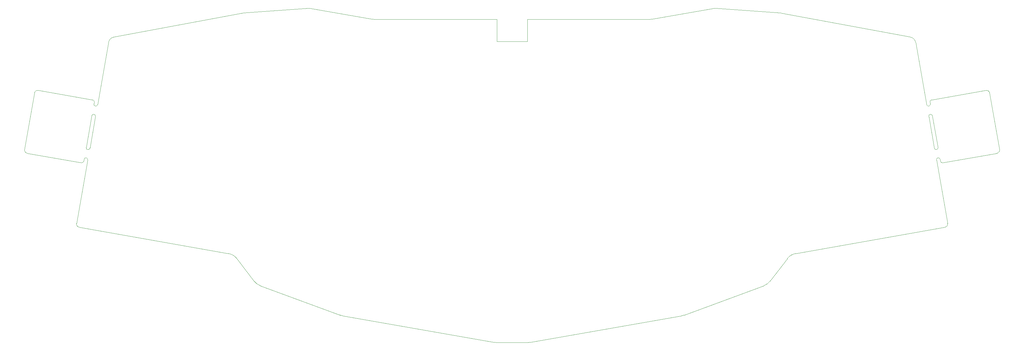
<source format=gm1>
G04 #@! TF.GenerationSoftware,KiCad,Pcbnew,(6.0.2)*
G04 #@! TF.CreationDate,2022-04-12T17:10:10+08:00*
G04 #@! TF.ProjectId,TK44,544b3434-2e6b-4696-9361-645f70636258,rev?*
G04 #@! TF.SameCoordinates,Original*
G04 #@! TF.FileFunction,Profile,NP*
%FSLAX46Y46*%
G04 Gerber Fmt 4.6, Leading zero omitted, Abs format (unit mm)*
G04 Created by KiCad (PCBNEW (6.0.2)) date 2022-04-12 17:10:10*
%MOMM*%
%LPD*%
G01*
G04 APERTURE LIST*
G04 #@! TA.AperFunction,Profile*
%ADD10C,0.100000*%
G04 #@! TD*
G04 APERTURE END LIST*
D10*
X333293235Y-150950995D02*
G75*
G03*
X334383313Y-150759440I545039J95778D01*
G01*
X331635006Y-141500000D02*
X333293235Y-150950995D01*
X331005006Y-137980000D02*
G75*
G03*
X332095084Y-137788445I545039J95778D01*
G01*
X332725084Y-141308445D02*
G75*
G03*
X331635006Y-141500000I-545039J-95778D01*
G01*
X332725084Y-141308445D02*
X334383313Y-150759440D01*
X249496414Y-112495250D02*
X267427422Y-109333530D01*
X212275006Y-119170000D02*
X212275006Y-112556019D01*
X89355427Y-117830704D02*
G75*
G03*
X87752206Y-119449560I367354J-1967103D01*
G01*
X66909104Y-133710854D02*
G75*
G03*
X65750649Y-134522013I-173647J-984808D01*
G01*
X258175304Y-200913955D02*
G75*
G03*
X258868909Y-200726112I-695307J3941882D01*
G01*
X212275006Y-119170000D02*
X203220000Y-119170000D01*
X287272686Y-110614134D02*
X268403565Y-109282682D01*
X336441310Y-174540027D02*
X292063742Y-182364990D01*
X87752206Y-119449560D02*
X84490000Y-137980000D01*
X335013314Y-154279440D02*
G75*
G03*
X333923236Y-154470995I-545039J-95778D01*
G01*
X80370817Y-154860739D02*
X80481693Y-154279440D01*
X81571771Y-154470995D02*
G75*
G03*
X80481693Y-154279440I-545039J95777D01*
G01*
X79053697Y-174540027D02*
X123431265Y-182364990D01*
X156626097Y-200726112D02*
X132828994Y-191920013D01*
X349744359Y-134522013D02*
G75*
G03*
X348585902Y-133710854I-984807J-173647D01*
G01*
X332095084Y-137788445D02*
X331990739Y-137190817D01*
X327742801Y-119449560D02*
G75*
G03*
X326139580Y-117830704I-1970570J-348241D01*
G01*
X131036056Y-190593575D02*
G75*
G03*
X132828994Y-191920013I3179289J2422455D01*
G01*
X78242537Y-173381571D02*
G75*
G03*
X79053697Y-174540027I984808J-173648D01*
G01*
X351893900Y-152471441D02*
G75*
G03*
X352705059Y-151312986I-173649J984808D01*
G01*
X127995056Y-110630171D02*
X89355427Y-117830704D01*
X335119184Y-154870739D02*
G75*
G03*
X335760000Y-155320000I545039J95779D01*
G01*
X156626097Y-200726112D02*
G75*
G03*
X157319702Y-200913955I1388912J3754039D01*
G01*
X83399922Y-137788445D02*
G75*
G03*
X84490000Y-137980000I545039J-95777D01*
G01*
X83860000Y-141500000D02*
G75*
G03*
X82769922Y-141308445I-545039J95777D01*
G01*
X248801821Y-112556019D02*
G75*
G03*
X249496414Y-112495250I5J3999950D01*
G01*
X331005007Y-137980000D02*
X327742801Y-119449560D01*
X335013314Y-154279440D02*
X335119183Y-154870739D01*
X79730000Y-155310000D02*
X63601107Y-152471441D01*
X127995056Y-110630171D02*
X147091442Y-109282682D01*
X165998593Y-112495250D02*
G75*
G03*
X166693185Y-112556019I694586J3939158D01*
G01*
X352705059Y-151312986D02*
X349744358Y-134522013D01*
X202208019Y-208828977D02*
X157319702Y-200913955D01*
X332440000Y-136550001D02*
G75*
G03*
X331990739Y-137190817I95779J-545039D01*
G01*
X62789947Y-151312986D02*
G75*
G03*
X63601107Y-152471441I984810J-173646D01*
G01*
X348585902Y-133710854D02*
X332440000Y-136550000D01*
X203220000Y-112556019D02*
X203220000Y-119170000D01*
X292063742Y-182364990D02*
G75*
G03*
X289577199Y-183879272I693696J-3937759D01*
G01*
X336441310Y-174540027D02*
G75*
G03*
X337252470Y-173381571I-173648J984808D01*
G01*
X212592395Y-208889746D02*
G75*
G03*
X213286987Y-208828977I6J3999927D01*
G01*
X81571771Y-154470995D02*
X78242537Y-173381571D01*
X79730000Y-155310001D02*
G75*
G03*
X80370817Y-154860739I95777J545041D01*
G01*
X213286987Y-208828977D02*
X258175304Y-200913955D01*
X284458950Y-190593575D02*
X289577199Y-183879272D01*
X202902612Y-208889746D02*
X212592395Y-208889746D01*
X335760000Y-155320000D02*
X351893900Y-152471441D01*
X81111693Y-150759440D02*
G75*
G03*
X82201771Y-150950995I545039J-95777D01*
G01*
X82201771Y-150950995D02*
X83860000Y-141500000D01*
X287723925Y-110671908D02*
X326139580Y-117830704D01*
X148067585Y-109333530D02*
X165998593Y-112495250D01*
X202208019Y-208828977D02*
G75*
G03*
X202902612Y-208889746I694588J3939181D01*
G01*
X83510000Y-137200000D02*
X83399923Y-137788445D01*
X258868909Y-200726112D02*
X282666012Y-191920013D01*
X282666012Y-191920013D02*
G75*
G03*
X284458950Y-190593575I-1386351J3748893D01*
G01*
X337252470Y-173381571D02*
X333923236Y-154470995D01*
X287723925Y-110671908D02*
G75*
G03*
X287272686Y-110614134I-734308J-3944182D01*
G01*
X131036056Y-190593575D02*
X125917808Y-183879272D01*
X125917808Y-183879272D02*
G75*
G03*
X123431265Y-182364990I-3180243J-2423483D01*
G01*
X81111693Y-150759440D02*
X82769922Y-141308445D01*
X166693185Y-112556019D02*
X203220000Y-112556019D01*
X148067585Y-109333530D02*
G75*
G03*
X147091442Y-109282682I-695131J-3949560D01*
G01*
X268403565Y-109282682D02*
G75*
G03*
X267427422Y-109333530I-281012J-4000408D01*
G01*
X83510001Y-137200000D02*
G75*
G03*
X83060739Y-136559183I-545041J95777D01*
G01*
X65750649Y-134522013D02*
X62789947Y-151312986D01*
X83060739Y-136559183D02*
X66909104Y-133710854D01*
X212275006Y-112556019D02*
X248801821Y-112556019D01*
M02*

</source>
